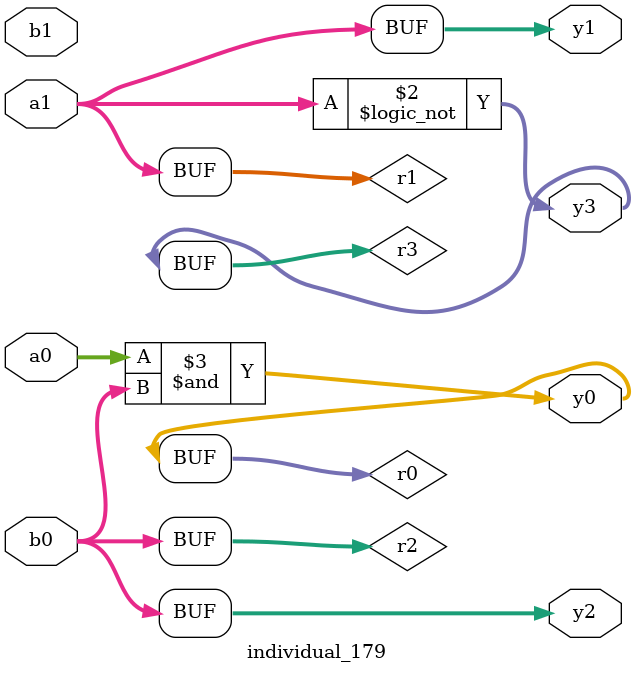
<source format=sv>
module individual_179(input logic [15:0] a1, input logic [15:0] a0, input logic [15:0] b1, input logic [15:0] b0, output logic [15:0] y3, output logic [15:0] y2, output logic [15:0] y1, output logic [15:0] y0);
logic [15:0] r0, r1, r2, r3; 
 always@(*) begin 
	 r0 = a0; r1 = a1; r2 = b0; r3 = b1; 
 	 r3 = ! a1 ;
 	 r0  &=  r2 ;
 	 y3 = r3; y2 = r2; y1 = r1; y0 = r0; 
end
endmodule
</source>
